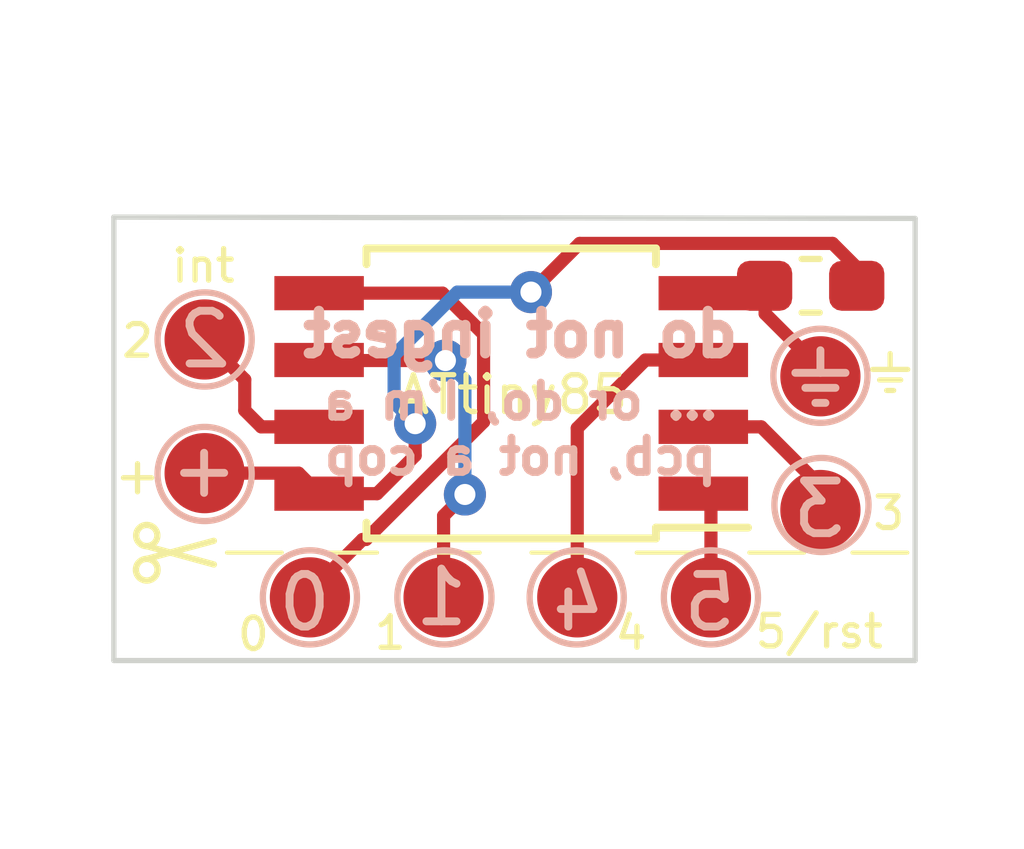
<source format=kicad_pcb>
(kicad_pcb (version 20171130) (host pcbnew "(5.1.5-0-10_14)")

  (general
    (thickness 1.6)
    (drawings 43)
    (tracks 45)
    (zones 0)
    (modules 5)
    (nets 9)
  )

  (page A4)
  (layers
    (0 F.Cu signal)
    (31 B.Cu signal)
    (32 B.Adhes user)
    (33 F.Adhes user)
    (34 B.Paste user)
    (35 F.Paste user)
    (36 B.SilkS user)
    (37 F.SilkS user)
    (38 B.Mask user)
    (39 F.Mask user)
    (40 Dwgs.User user)
    (41 Cmts.User user)
    (42 Eco1.User user)
    (43 Eco2.User user)
    (44 Edge.Cuts user)
    (45 Margin user)
    (46 B.CrtYd user)
    (47 F.CrtYd user)
    (48 B.Fab user)
    (49 F.Fab user)
  )

  (setup
    (last_trace_width 0.25)
    (trace_clearance 0.2)
    (zone_clearance 0.508)
    (zone_45_only no)
    (trace_min 0.2)
    (via_size 0.8)
    (via_drill 0.4)
    (via_min_size 0.4)
    (via_min_drill 0.3)
    (uvia_size 0.3)
    (uvia_drill 0.1)
    (uvias_allowed no)
    (uvia_min_size 0.2)
    (uvia_min_drill 0.1)
    (edge_width 0.05)
    (segment_width 0.2)
    (pcb_text_width 0.3)
    (pcb_text_size 1.5 1.5)
    (mod_edge_width 0.12)
    (mod_text_size 1 1)
    (mod_text_width 0.15)
    (pad_size 1.524 1.524)
    (pad_drill 0.762)
    (pad_to_mask_clearance 0.051)
    (solder_mask_min_width 0.25)
    (aux_axis_origin 0 0)
    (visible_elements FFFFFF7F)
    (pcbplotparams
      (layerselection 0x010fc_ffffffff)
      (usegerberextensions false)
      (usegerberattributes false)
      (usegerberadvancedattributes false)
      (creategerberjobfile false)
      (excludeedgelayer true)
      (linewidth 0.100000)
      (plotframeref false)
      (viasonmask false)
      (mode 1)
      (useauxorigin false)
      (hpglpennumber 1)
      (hpglpenspeed 20)
      (hpglpendiameter 15.000000)
      (psnegative false)
      (psa4output false)
      (plotreference true)
      (plotvalue true)
      (plotinvisibletext false)
      (padsonsilk false)
      (subtractmaskfromsilk false)
      (outputformat 1)
      (mirror false)
      (drillshape 1)
      (scaleselection 1)
      (outputdirectory ""))
  )

  (net 0 "")
  (net 1 VCC)
  (net 2 GND)
  (net 3 "Net-(J1-Pad2)")
  (net 4 "Net-(J2-Pad1)")
  (net 5 "Net-(J2-Pad2)")
  (net 6 "Net-(J2-Pad3)")
  (net 7 "Net-(J2-Pad4)")
  (net 8 "Net-(J3-Pad2)")

  (net_class Default "This is the default net class."
    (clearance 0.2)
    (trace_width 0.25)
    (via_dia 0.8)
    (via_drill 0.4)
    (uvia_dia 0.3)
    (uvia_drill 0.1)
    (add_net GND)
    (add_net "Net-(J1-Pad2)")
    (add_net "Net-(J2-Pad1)")
    (add_net "Net-(J2-Pad2)")
    (add_net "Net-(J2-Pad3)")
    (add_net "Net-(J2-Pad4)")
    (add_net "Net-(J3-Pad2)")
    (add_net VCC)
  )

  (module Capacitor_SMD:C_0603_1608Metric_Pad1.05x0.95mm_HandSolder (layer F.Cu) (tedit 5B301BBE) (tstamp 5E640F6D)
    (at 157.115 97.18 180)
    (descr "Capacitor SMD 0603 (1608 Metric), square (rectangular) end terminal, IPC_7351 nominal with elongated pad for handsoldering. (Body size source: http://www.tortai-tech.com/upload/download/2011102023233369053.pdf), generated with kicad-footprint-generator")
    (tags "capacitor handsolder")
    (path /5E63D7D6)
    (attr smd)
    (fp_text reference C1 (at 0 -1.43) (layer F.SilkS) hide
      (effects (font (size 1 1) (thickness 0.15)))
    )
    (fp_text value "0.1 uF" (at 0 1.43) (layer F.Fab)
      (effects (font (size 1 1) (thickness 0.15)))
    )
    (fp_line (start -0.8 0.4) (end -0.8 -0.4) (layer F.Fab) (width 0.1))
    (fp_line (start -0.8 -0.4) (end 0.8 -0.4) (layer F.Fab) (width 0.1))
    (fp_line (start 0.8 -0.4) (end 0.8 0.4) (layer F.Fab) (width 0.1))
    (fp_line (start 0.8 0.4) (end -0.8 0.4) (layer F.Fab) (width 0.1))
    (fp_line (start -0.171267 -0.51) (end 0.171267 -0.51) (layer F.SilkS) (width 0.12))
    (fp_line (start -0.171267 0.51) (end 0.171267 0.51) (layer F.SilkS) (width 0.12))
    (fp_line (start -1.65 0.73) (end -1.65 -0.73) (layer F.CrtYd) (width 0.05))
    (fp_line (start -1.65 -0.73) (end 1.65 -0.73) (layer F.CrtYd) (width 0.05))
    (fp_line (start 1.65 -0.73) (end 1.65 0.73) (layer F.CrtYd) (width 0.05))
    (fp_line (start 1.65 0.73) (end -1.65 0.73) (layer F.CrtYd) (width 0.05))
    (fp_text user %R (at 0 0) (layer F.Fab)
      (effects (font (size 0.4 0.4) (thickness 0.06)))
    )
    (pad 1 smd roundrect (at -0.875 0 180) (size 1.05 0.95) (layers F.Cu F.Paste F.Mask) (roundrect_rratio 0.25)
      (net 1 VCC))
    (pad 2 smd roundrect (at 0.875 0 180) (size 1.05 0.95) (layers F.Cu F.Paste F.Mask) (roundrect_rratio 0.25)
      (net 2 GND))
    (model ${KISYS3DMOD}/Capacitor_SMD.3dshapes/C_0603_1608Metric.wrl
      (at (xyz 0 0 0))
      (scale (xyz 1 1 1))
      (rotate (xyz 0 0 0))
    )
  )

  (module Connector:2_tiny_pads (layer F.Cu) (tedit 5E63B89E) (tstamp 5E640F73)
    (at 143.06 99.47 90)
    (path /5E643487)
    (fp_text reference J1 (at 0 0.5 90) (layer F.SilkS) hide
      (effects (font (size 1 1) (thickness 0.15)))
    )
    (fp_text value Conn_01x02_Female (at 0 -0.5 90) (layer F.Fab)
      (effects (font (size 1 1) (thickness 0.15)))
    )
    (pad 1 smd circle (at -1.27 2.54 90) (size 1.524 1.524) (layers F.Cu F.Paste F.Mask)
      (net 1 VCC))
    (pad 2 smd circle (at 1.27 2.54 90) (size 1.524 1.524) (layers F.Cu F.Paste F.Mask)
      (net 3 "Net-(J1-Pad2)"))
  )

  (module Connector:4_tiny_pads (layer F.Cu) (tedit 5E63B90D) (tstamp 5E640F7B)
    (at 151.41 100.56)
    (path /5E645C83)
    (fp_text reference J2 (at 0 0.5) (layer F.SilkS) hide
      (effects (font (size 1 1) (thickness 0.15)))
    )
    (fp_text value Conn_01x04_Female (at 0 -0.5) (layer F.Fab)
      (effects (font (size 1 1) (thickness 0.15)))
    )
    (pad 1 smd circle (at -3.81 2.54) (size 1.524 1.524) (layers F.Cu F.Paste F.Mask)
      (net 4 "Net-(J2-Pad1)"))
    (pad 2 smd circle (at -1.27 2.54) (size 1.524 1.524) (layers F.Cu F.Paste F.Mask)
      (net 5 "Net-(J2-Pad2)"))
    (pad 3 smd circle (at 1.27 2.54) (size 1.524 1.524) (layers F.Cu F.Paste F.Mask)
      (net 6 "Net-(J2-Pad3)"))
    (pad 4 smd circle (at 3.81 2.54) (size 1.524 1.524) (layers F.Cu F.Paste F.Mask)
      (net 7 "Net-(J2-Pad4)"))
  )

  (module Connector:2_tiny_pads (layer F.Cu) (tedit 5E63B89E) (tstamp 5FF3B839)
    (at 159.84 100.17 270)
    (path /5E644857)
    (fp_text reference J3 (at 0 0.5 90) (layer F.SilkS) hide
      (effects (font (size 1 1) (thickness 0.15)))
    )
    (fp_text value Conn_01x02_Female (at 0 -0.5 90) (layer F.Fab)
      (effects (font (size 1 1) (thickness 0.15)))
    )
    (pad 2 smd circle (at 1.27 2.54 270) (size 1.524 1.524) (layers F.Cu F.Paste F.Mask)
      (net 8 "Net-(J3-Pad2)"))
    (pad 1 smd circle (at -1.27 2.54 270) (size 1.524 1.524) (layers F.Cu F.Paste F.Mask)
      (net 2 GND))
  )

  (module Package_SO:SOIJ-8_5.3x5.3mm_P1.27mm (layer F.Cu) (tedit 5A02F2D3) (tstamp 5E640F9E)
    (at 151.424999 99.224999 180)
    (descr "8-Lead Plastic Small Outline (SM) - Medium, 5.28 mm Body [SOIC] (see Microchip Packaging Specification 00000049BS.pdf)")
    (tags "SOIC 1.27")
    (path /5E653758)
    (attr smd)
    (fp_text reference U1 (at 0 -3.68) (layer F.SilkS) hide
      (effects (font (size 1 1) (thickness 0.15)))
    )
    (fp_text value ATtiny85-20SU (at 0 3.68) (layer F.Fab)
      (effects (font (size 1 1) (thickness 0.15)))
    )
    (fp_text user %R (at 0 0) (layer F.Fab)
      (effects (font (size 1 1) (thickness 0.15)))
    )
    (fp_line (start -1.65 -2.65) (end 2.65 -2.65) (layer F.Fab) (width 0.15))
    (fp_line (start 2.65 -2.65) (end 2.65 2.65) (layer F.Fab) (width 0.15))
    (fp_line (start 2.65 2.65) (end -2.65 2.65) (layer F.Fab) (width 0.15))
    (fp_line (start -2.65 2.65) (end -2.65 -1.65) (layer F.Fab) (width 0.15))
    (fp_line (start -2.65 -1.65) (end -1.65 -2.65) (layer F.Fab) (width 0.15))
    (fp_line (start -4.75 -2.95) (end -4.75 2.95) (layer F.CrtYd) (width 0.05))
    (fp_line (start 4.75 -2.95) (end 4.75 2.95) (layer F.CrtYd) (width 0.05))
    (fp_line (start -4.75 -2.95) (end 4.75 -2.95) (layer F.CrtYd) (width 0.05))
    (fp_line (start -4.75 2.95) (end 4.75 2.95) (layer F.CrtYd) (width 0.05))
    (fp_line (start -2.75 -2.755) (end -2.75 -2.55) (layer F.SilkS) (width 0.15))
    (fp_line (start 2.75 -2.755) (end 2.75 -2.455) (layer F.SilkS) (width 0.15))
    (fp_line (start 2.75 2.755) (end 2.75 2.455) (layer F.SilkS) (width 0.15))
    (fp_line (start -2.75 2.755) (end -2.75 2.455) (layer F.SilkS) (width 0.15))
    (fp_line (start -2.75 -2.755) (end 2.75 -2.755) (layer F.SilkS) (width 0.15))
    (fp_line (start -2.75 2.755) (end 2.75 2.755) (layer F.SilkS) (width 0.15))
    (fp_line (start -2.75 -2.55) (end -4.5 -2.55) (layer F.SilkS) (width 0.15))
    (pad 1 smd rect (at -3.65 -1.905 180) (size 1.7 0.65) (layers F.Cu F.Paste F.Mask)
      (net 7 "Net-(J2-Pad4)"))
    (pad 2 smd rect (at -3.65 -0.635 180) (size 1.7 0.65) (layers F.Cu F.Paste F.Mask)
      (net 8 "Net-(J3-Pad2)"))
    (pad 3 smd rect (at -3.65 0.635 180) (size 1.7 0.65) (layers F.Cu F.Paste F.Mask)
      (net 6 "Net-(J2-Pad3)"))
    (pad 4 smd rect (at -3.65 1.905 180) (size 1.7 0.65) (layers F.Cu F.Paste F.Mask)
      (net 2 GND))
    (pad 5 smd rect (at 3.65 1.905 180) (size 1.7 0.65) (layers F.Cu F.Paste F.Mask)
      (net 4 "Net-(J2-Pad1)"))
    (pad 6 smd rect (at 3.65 0.635 180) (size 1.7 0.65) (layers F.Cu F.Paste F.Mask)
      (net 5 "Net-(J2-Pad2)"))
    (pad 7 smd rect (at 3.65 -0.635 180) (size 1.7 0.65) (layers F.Cu F.Paste F.Mask)
      (net 3 "Net-(J1-Pad2)"))
    (pad 8 smd rect (at 3.65 -1.905 180) (size 1.7 0.65) (layers F.Cu F.Paste F.Mask)
      (net 1 VCC))
    (model ${KISYS3DMOD}/Package_SO.3dshapes/SOIJ-8_5.3x5.3mm_P1.27mm.wrl
      (at (xyz 0 0 0))
      (scale (xyz 1 1 1))
      (rotate (xyz 0 0 0))
    )
  )

  (gr_text ATtiny85 (at 151.45 99.25) (layer F.SilkS)
    (effects (font (size 0.7 0.7) (thickness 0.1)))
  )
  (gr_text int (at 145.575 96.8) (layer F.SilkS) (tstamp 5FF5272E)
    (effects (font (size 0.6 0.6) (thickness 0.1)))
  )
  (gr_line (start 144.5 102.126556) (end 145.775 102.475) (layer F.SilkS) (width 0.12))
  (gr_line (start 144.5 102.368845) (end 145.775 102.025) (layer F.SilkS) (width 0.12))
  (gr_circle (center 144.5 102.575) (end 144.55 102.375) (layer F.SilkS) (width 0.12))
  (gr_circle (center 144.5 101.925) (end 144.6 102.1) (layer F.SilkS) (width 0.12))
  (gr_text 5/rst (at 157.275 103.75) (layer F.SilkS) (tstamp 5FF3D4A4)
    (effects (font (size 0.6 0.6) (thickness 0.1)))
  )
  (gr_text 4 (at 153.7 103.775) (layer F.SilkS) (tstamp 5FF3D4A4)
    (effects (font (size 0.6 0.6) (thickness 0.1)))
  )
  (gr_text 1 (at 149.125 103.775) (layer F.SilkS) (tstamp 5FF3D4A4)
    (effects (font (size 0.6 0.6) (thickness 0.1)))
  )
  (gr_text 0 (at 146.525 103.8) (layer F.SilkS) (tstamp 5FF3D4A4)
    (effects (font (size 0.6 0.6) (thickness 0.1)))
  )
  (gr_text 2 (at 144.325 98.225) (layer F.SilkS) (tstamp 5FF3D40A)
    (effects (font (size 0.6 0.6) (thickness 0.1)))
  )
  (gr_text + (at 144.325 100.775) (layer F.SilkS)
    (effects (font (size 0.7 0.7) (thickness 0.1)))
  )
  (gr_text 3 (at 158.6 101.5) (layer F.SilkS)
    (effects (font (size 0.6 0.6) (thickness 0.1)))
  )
  (gr_text ⏚ (at 158.625 98.85) (layer F.SilkS) (tstamp 5FF3D2C9)
    (effects (font (size 0.7 0.7) (thickness 0.1)))
  )
  (gr_line (start 157.91 102.25) (end 158.95 102.25) (layer F.SilkS) (width 0.08) (tstamp 5FF3B9BA))
  (gr_line (start 155.95 102.25) (end 156.99 102.25) (layer F.SilkS) (width 0.08) (tstamp 5FF3B9BA))
  (gr_line (start 153.81 102.25) (end 154.85 102.25) (layer F.SilkS) (width 0.08) (tstamp 5FF3B9BA))
  (gr_line (start 151.81 102.25) (end 152.85 102.25) (layer F.SilkS) (width 0.08) (tstamp 5FF3B9BA))
  (gr_line (start 149.785 102.25) (end 150.825 102.25) (layer F.SilkS) (width 0.08) (tstamp 5FF3B9BA))
  (gr_line (start 147.835 102.25) (end 148.875 102.25) (layer F.SilkS) (width 0.08) (tstamp 5FF3B9BA))
  (gr_line (start 146.025 102.25) (end 147.065 102.25) (layer F.SilkS) (width 0.08) (tstamp 5FF3B9BA))
  (gr_text ⏚ (at 157.3 98.95) (layer B.SilkS)
    (effects (font (size 1 1) (thickness 0.15)) (justify mirror))
  )
  (gr_text "… or do, I’m a\npcb, not a cop" (at 151.6 99.9) (layer B.SilkS)
    (effects (font (size 0.65 0.65) (thickness 0.15)) (justify mirror))
  )
  (gr_text "do not ingest" (at 151.6 98.1) (layer B.SilkS)
    (effects (font (size 0.8 0.8) (thickness 0.2)) (justify mirror))
  )
  (gr_circle (center 147.6 103.1) (end 146.8 102.7) (layer B.SilkS) (width 0.12) (tstamp 5E641763))
  (gr_circle (center 150.155573 103.1) (end 149.355573 102.7) (layer B.SilkS) (width 0.12) (tstamp 5E641763))
  (gr_circle (center 152.669427 103.1) (end 151.869427 102.7) (layer B.SilkS) (width 0.12) (tstamp 5E641731))
  (gr_circle (center 155.219427 103.1) (end 154.419427 102.7) (layer B.SilkS) (width 0.12) (tstamp 5E641731))
  (gr_circle (center 157.32 101.344427) (end 156.52 100.944427) (layer B.SilkS) (width 0.12) (tstamp 5E641731))
  (gr_circle (center 157.3 98.89) (end 156.5 98.49) (layer B.SilkS) (width 0.12) (tstamp 5E641731))
  (gr_circle (center 145.6 98.2) (end 144.8 97.8) (layer B.SilkS) (width 0.12) (tstamp 5E641731))
  (gr_circle (center 145.6 100.755573) (end 144.8 100.355573) (layer B.SilkS) (width 0.12))
  (gr_text 5 (at 155.2 103.2) (layer B.SilkS)
    (effects (font (size 1 1) (thickness 0.15)) (justify mirror))
  )
  (gr_text 4 (at 152.7 103.2) (layer B.SilkS)
    (effects (font (size 1 1) (thickness 0.15)) (justify mirror))
  )
  (gr_text 1 (at 150.1 103.1) (layer B.SilkS)
    (effects (font (size 1 1) (thickness 0.15)) (justify mirror))
  )
  (gr_text 0 (at 147.5 103.2) (layer B.SilkS)
    (effects (font (size 1 1) (thickness 0.15)) (justify mirror))
  )
  (gr_text 3 (at 157.275 101.425) (layer B.SilkS)
    (effects (font (size 1 1) (thickness 0.15)) (justify mirror))
  )
  (gr_text 2 (at 145.6 98.2) (layer B.SilkS)
    (effects (font (size 1 1) (thickness 0.15)) (justify mirror))
  )
  (gr_text + (at 145.59 100.66) (layer B.SilkS)
    (effects (font (size 1 1) (thickness 0.15)) (justify mirror))
  )
  (gr_line (start 159.1 95.9) (end 159.1 104.3) (layer Edge.Cuts) (width 0.1))
  (gr_line (start 143.875 95.875) (end 159.1 95.9) (layer Edge.Cuts) (width 0.1))
  (gr_line (start 143.875 104.3) (end 143.875 95.875) (layer Edge.Cuts) (width 0.1))
  (gr_line (start 159.1 104.3) (end 143.875 104.3) (layer Edge.Cuts) (width 0.1))

  (segment (start 147.385 100.74) (end 147.774999 101.129999) (width 0.25) (layer F.Cu) (net 1))
  (segment (start 145.6 100.74) (end 147.385 100.74) (width 0.25) (layer F.Cu) (net 1))
  (via (at 149.6 99.8) (size 0.8) (drill 0.4) (layers F.Cu B.Cu) (net 1))
  (segment (start 149.6 100.404998) (end 149.6 99.8) (width 0.25) (layer F.Cu) (net 1))
  (segment (start 148.874999 101.129999) (end 149.6 100.404998) (width 0.25) (layer F.Cu) (net 1))
  (segment (start 147.774999 101.129999) (end 148.874999 101.129999) (width 0.25) (layer F.Cu) (net 1))
  (via (at 151.8 97.3) (size 0.8) (drill 0.4) (layers F.Cu B.Cu) (net 1))
  (segment (start 149.200001 98.501997) (end 150.401998 97.3) (width 0.25) (layer B.Cu) (net 1))
  (segment (start 150.401998 97.3) (end 151.8 97.3) (width 0.25) (layer B.Cu) (net 1))
  (segment (start 149.200001 99.400001) (end 149.200001 98.501997) (width 0.25) (layer B.Cu) (net 1))
  (segment (start 149.6 99.8) (end 149.200001 99.400001) (width 0.25) (layer B.Cu) (net 1))
  (segment (start 151.8 97.3) (end 152.72499 96.37501) (width 0.25) (layer F.Cu) (net 1))
  (segment (start 158 96.843718) (end 158 97.318718) (width 0.25) (layer F.Cu) (net 1))
  (segment (start 157.531292 96.37501) (end 158 96.843718) (width 0.25) (layer F.Cu) (net 1))
  (segment (start 152.72499 96.37501) (end 157.531292 96.37501) (width 0.25) (layer F.Cu) (net 1))
  (segment (start 156.248719 97.319999) (end 156.25 97.318718) (width 0.25) (layer F.Cu) (net 2))
  (segment (start 155.074999 97.319999) (end 156.248719 97.319999) (width 0.25) (layer F.Cu) (net 2))
  (segment (start 156.25 97.71) (end 157.6 99.06) (width 0.25) (layer F.Cu) (net 2))
  (segment (start 156.25 97.318718) (end 156.25 97.71) (width 0.25) (layer F.Cu) (net 2))
  (segment (start 146.361999 99.546999) (end 146.674999 99.859999) (width 0.25) (layer F.Cu) (net 3))
  (segment (start 146.361999 98.961999) (end 146.361999 99.546999) (width 0.25) (layer F.Cu) (net 3))
  (segment (start 146.674999 99.859999) (end 147.774999 99.859999) (width 0.25) (layer F.Cu) (net 3))
  (segment (start 145.6 98.2) (end 146.361999 98.961999) (width 0.25) (layer F.Cu) (net 3))
  (segment (start 147.6 103) (end 148.6 102) (width 0.25) (layer F.Cu) (net 4))
  (segment (start 148.665 102) (end 150.9 99.765) (width 0.25) (layer F.Cu) (net 4))
  (segment (start 148.6 102) (end 148.665 102) (width 0.25) (layer F.Cu) (net 4))
  (segment (start 150.9 99.765) (end 150.9 98.1) (width 0.25) (layer F.Cu) (net 4))
  (segment (start 150.119999 97.319999) (end 147.774999 97.319999) (width 0.25) (layer F.Cu) (net 4))
  (segment (start 150.9 98.1) (end 150.119999 97.319999) (width 0.25) (layer F.Cu) (net 4))
  (via (at 150.545153 101.145153) (size 0.8) (drill 0.4) (layers F.Cu B.Cu) (net 5))
  (segment (start 150.14 101.550306) (end 150.545153 101.145153) (width 0.25) (layer F.Cu) (net 5))
  (segment (start 150.14 103) (end 150.14 101.550306) (width 0.25) (layer F.Cu) (net 5))
  (via (at 150.175 98.6) (size 0.8) (drill 0.4) (layers F.Cu B.Cu) (net 5))
  (segment (start 150.545153 98.970153) (end 150.175 98.6) (width 0.25) (layer B.Cu) (net 5))
  (segment (start 150.545153 101.145153) (end 150.545153 98.970153) (width 0.25) (layer B.Cu) (net 5))
  (segment (start 147.785 98.6) (end 147.774999 98.589999) (width 0.25) (layer F.Cu) (net 5))
  (segment (start 150.175 98.6) (end 147.785 98.6) (width 0.25) (layer F.Cu) (net 5))
  (segment (start 153.974999 98.589999) (end 155.074999 98.589999) (width 0.25) (layer F.Cu) (net 6))
  (segment (start 152.68 99.884998) (end 153.974999 98.589999) (width 0.25) (layer F.Cu) (net 6))
  (segment (start 152.68 103) (end 152.68 99.884998) (width 0.25) (layer F.Cu) (net 6))
  (segment (start 155.22 101.275) (end 155.074999 101.129999) (width 0.25) (layer F.Cu) (net 7))
  (segment (start 155.22 103) (end 155.22 101.275) (width 0.25) (layer F.Cu) (net 7))
  (segment (start 157.35 101.285) (end 157.35 101.6) (width 0.25) (layer F.Cu) (net 8))
  (segment (start 156.174999 99.859999) (end 157.6 101.285) (width 0.25) (layer F.Cu) (net 8))
  (segment (start 155.074999 99.859999) (end 156.174999 99.859999) (width 0.25) (layer F.Cu) (net 8))

)

</source>
